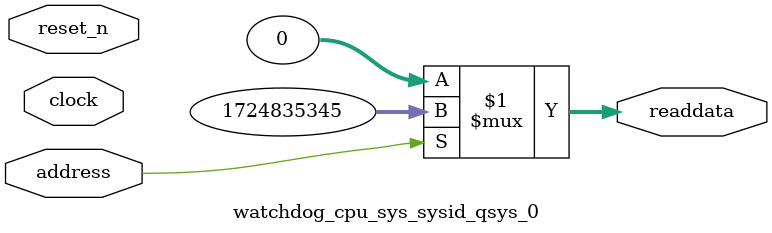
<source format=v>



// synthesis translate_off
`timescale 1ns / 1ps
// synthesis translate_on

// turn off superfluous verilog processor warnings 
// altera message_level Level1 
// altera message_off 10034 10035 10036 10037 10230 10240 10030 

module watchdog_cpu_sys_sysid_qsys_0 (
               // inputs:
                address,
                clock,
                reset_n,

               // outputs:
                readdata
             )
;

  output  [ 31: 0] readdata;
  input            address;
  input            clock;
  input            reset_n;

  wire    [ 31: 0] readdata;
  //control_slave, which is an e_avalon_slave
  assign readdata = address ? 1724835345 : 0;

endmodule



</source>
